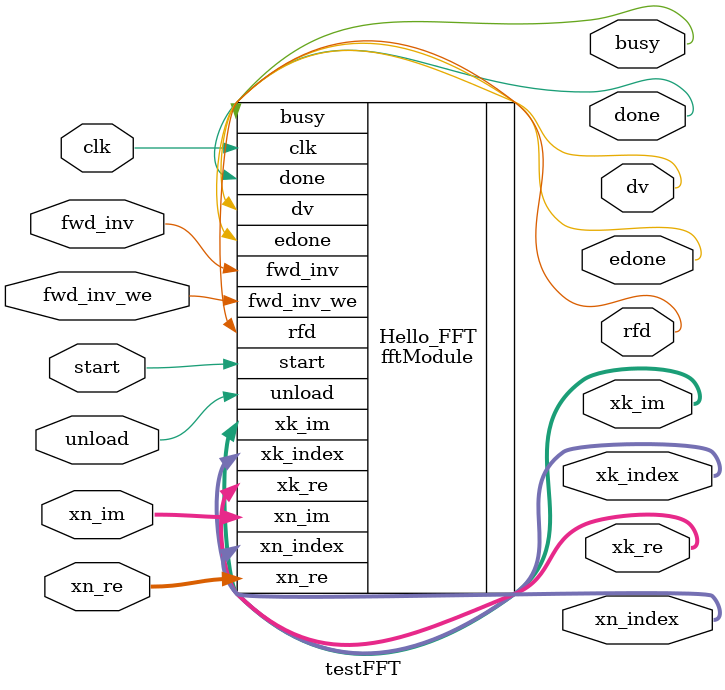
<source format=v>
`timescale 1ns / 1ps
module testFFT(input clk, input start, input unload,
	input [23:0] xn_re,  input [23:0] xn_im,
	input fwd_inv, input fwd_inv_we,
	output rfd,	output[2:0] xn_index,
	output busy, output edone, output done, output dv,
	output [2:0] xk_index,
	output [27:0] xk_re, output [27:0] xk_im
    );


fftModule Hello_FFT (
  .clk(clk), // input clk
  .start(start), // input start
  .unload(unload), // input unload
  .xn_re(xn_re), // input [23 : 0] xn_re
  .xn_im(xn_im), // input [23 : 0] xn_im
  .fwd_inv(fwd_inv), // input fwd_inv
  .fwd_inv_we(fwd_inv_we), // input fwd_inv_we
  .rfd(rfd), // output rfd
  .xn_index(xn_index), // output [2 : 0] xn_index
  .busy(busy), // output busy
  .edone(edone), // output edone
  .done(done), // output done
  .dv(dv), // output dv
  .xk_index(xk_index), // output [2 : 0] xk_index
  .xk_re(xk_re), // output [27 : 0] xk_re
  .xk_im(xk_im) // output [27 : 0] xk_im
);

endmodule

</source>
